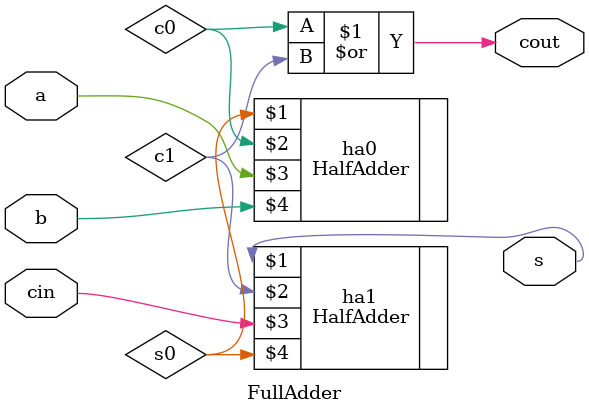
<source format=v>
module FullAdder(s, cout, a, b, cin);
 input a, b, cin;
 output cout, s;
 wire s0, c0, c1;

 HalfAdder ha0(s0, c0, a, b);
 HalfAdder ha1(s, c1, cin, s0);
 
 assign cout = c0 | c1;
endmodule



</source>
